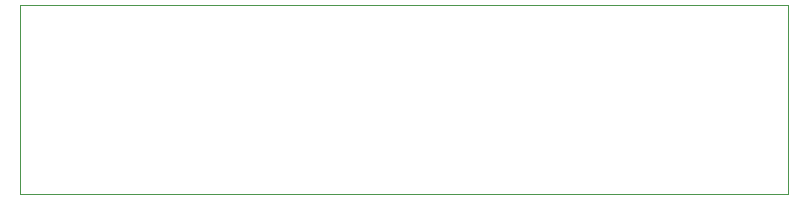
<source format=gbr>
%TF.GenerationSoftware,KiCad,Pcbnew,(6.0.0)*%
%TF.CreationDate,2022-04-23T18:16:59+01:00*%
%TF.ProjectId,pcb O,70636220-4f2e-46b6-9963-61645f706362,rev?*%
%TF.SameCoordinates,Original*%
%TF.FileFunction,Profile,NP*%
%FSLAX46Y46*%
G04 Gerber Fmt 4.6, Leading zero omitted, Abs format (unit mm)*
G04 Created by KiCad (PCBNEW (6.0.0)) date 2022-04-23 18:16:59*
%MOMM*%
%LPD*%
G01*
G04 APERTURE LIST*
%TA.AperFunction,Profile*%
%ADD10C,0.100000*%
%TD*%
G04 APERTURE END LIST*
D10*
X65000000Y-104000000D02*
X130000000Y-104000000D01*
X130000000Y-104000000D02*
X130000000Y-120000000D01*
X130000000Y-120000000D02*
X65000000Y-120000000D01*
X65000000Y-120000000D02*
X65000000Y-104000000D01*
M02*

</source>
